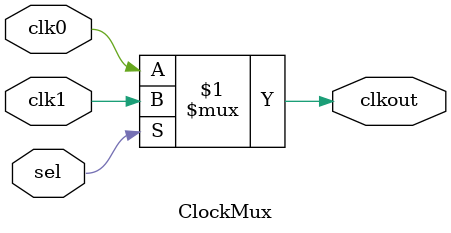
<source format=sv>
`ifndef RANDOMIZE
  `ifdef RANDOMIZE_MEM_INIT
    `define RANDOMIZE
  `endif // RANDOMIZE_MEM_INIT
`endif // not def RANDOMIZE
`ifndef RANDOMIZE
  `ifdef RANDOMIZE_REG_INIT
    `define RANDOMIZE
  `endif // RANDOMIZE_REG_INIT
`endif // not def RANDOMIZE

`ifndef RANDOM
  `define RANDOM $random
`endif // not def RANDOM

// Users can define INIT_RANDOM as general code that gets injected into the
// initializer block for modules with registers.
`ifndef INIT_RANDOM
  `define INIT_RANDOM
`endif // not def INIT_RANDOM

// If using random initialization, you can also define RANDOMIZE_DELAY to
// customize the delay used, otherwise 0.002 is used.
`ifndef RANDOMIZE_DELAY
  `define RANDOMIZE_DELAY 0.002
`endif // not def RANDOMIZE_DELAY

// Define INIT_RANDOM_PROLOG_ for use in our modules below.
`ifndef INIT_RANDOM_PROLOG_
  `ifdef RANDOMIZE
    `ifdef VERILATOR
      `define INIT_RANDOM_PROLOG_ `INIT_RANDOM
    `else  // VERILATOR
      `define INIT_RANDOM_PROLOG_ `INIT_RANDOM #`RANDOMIZE_DELAY begin end
    `endif // VERILATOR
  `else  // RANDOMIZE
    `define INIT_RANDOM_PROLOG_
  `endif // RANDOMIZE
`endif // not def INIT_RANDOM_PROLOG_

// Include register initializers in init blocks unless synthesis is set
`ifndef SYNTHESIS
  `ifndef ENABLE_INITIAL_REG_
    `define ENABLE_INITIAL_REG_
  `endif // not def ENABLE_INITIAL_REG_
`endif // not def SYNTHESIS

// Include rmemory initializers in init blocks unless synthesis is set
`ifndef SYNTHESIS
  `ifndef ENABLE_INITIAL_MEM_
    `define ENABLE_INITIAL_MEM_
  `endif // not def ENABLE_INITIAL_MEM_
`endif // not def SYNTHESIS

module ClockMux(
  input  clk0,
  input  clk1,
  input  sel,
  output clkout
);

  assign clkout = sel ? clk1 : clk0;
endmodule


</source>
